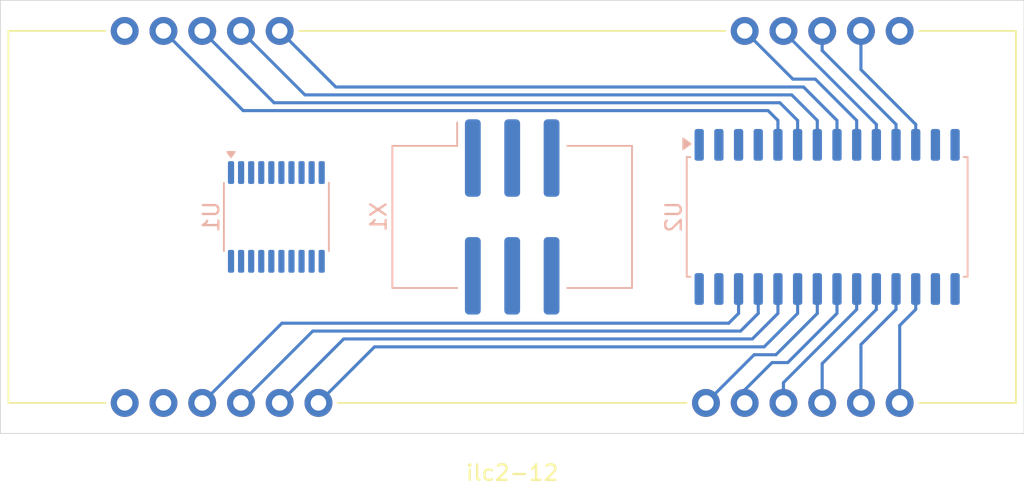
<source format=kicad_pcb>
(kicad_pcb (version 20240108) (generator "pcbnew") (generator_version "8.0")
  (layers (0 "F.Cu" signal) (31 "B.Cu" signal) (34 "B.Paste" user) (35 "F.Paste" user) (36 "B.SilkS" user "B.Silkscreen") (37 "F.SilkS" user "F.Silkscreen") (38 "B.Mask" user) (39 "F.Mask" user) (44 "Edge.Cuts" user))
  (net 0 "")
  (net 29 "Net-(D1-e)")
  (net 30 "Net-(D1-a)")
  (net 31 "Net-(D1-dp)")
  (net 32 "Net-(D1-b)")
  (net 33 "Net-(D1-d)")
  (net 34 "Net-(D1-g)")
  (net 35 "Net-(D1-f)")
  (net 36 "Net-(D1-c)")
  (net 37 "Net-(D1-G3)")
  (net 38 "Net-(D1-G11)")
  (net 39 "Net-(D1-G6)")
  (net 40 "Net-(D1-G5)")
  (net 41 "Net-(D1-G8)")
  (net 42 "Net-(D1-G1)")
  (net 43 "Net-(D1-G9)")
  (net 44 "Net-(D1-G4)")
  (net 45 "Net-(D1-G12)")
  (net 46 "Net-(D1-G7)")
  (net 47 "Net-(D1-G10)")
  (net 48 "Net-(D1-G2)")
  (net 49 "+5V")
  (footprint "ilc2-12:ilc2-12" (layer "F.Cu") (at 152.4 76.2)
    (property "Reference" "D1" (hide yes))
    (property "Value" "ilc2-12" (at 0 16.51 0) (layer "F.SilkS"))
    (fp_line (start -32.5 -12) (end -32.5 12) (stroke (width 0.12)) (layer "F.SilkS"))
    (fp_line (start -32.5 12) (end -26.25 12) (stroke (width 0.12)) (layer "F.SilkS"))
    (fp_line (start -26.25 -12) (end -32.5 -12) (stroke (width 0.12)) (layer "F.SilkS"))
    (fp_line (start -11.25 12) (end 11.25 12) (stroke (width 0.12)) (layer "F.SilkS"))
    (fp_line (start 13.75 -12) (end -13.75 -12) (stroke (width 0.12)) (layer "F.SilkS"))
    (fp_line (start 26.25 12) (end 32.5 12) (stroke (width 0.12)) (layer "F.SilkS"))
    (fp_line (start 32.5 -12) (end 26.25 -12) (stroke (width 0.12)) (layer "F.SilkS"))
    (fp_line (start 32.5 12) (end 32.5 -12) (stroke (width 0.12)) (layer "F.SilkS"))
    (pad "1" thru_hole circle (at -25 -12) (size 1.8 1.8) (drill 1) (layers "*.Cu" "*.Mask"))
    (pad "2" thru_hole circle (at -22.5 -12) (size 1.8 1.8) (drill 1) (layers "*.Cu" "*.Mask") (net 33 "Net-(D1-d)"))
    (pad "3" thru_hole circle (at -20 -12) (size 1.8 1.8) (drill 1) (layers "*.Cu" "*.Mask") (net 29 "Net-(D1-e)"))
    (pad "4" thru_hole circle (at -17.5 -12) (size 1.8 1.8) (drill 1) (layers "*.Cu" "*.Mask") (net 34 "Net-(D1-g)"))
    (pad "5" thru_hole circle (at -15 -12) (size 1.8 1.8) (drill 1) (layers "*.Cu" "*.Mask") (net 35 "Net-(D1-f)"))
    (pad "6" thru_hole circle (at 15 -12) (size 1.8 1.8) (drill 1) (layers "*.Cu" "*.Mask") (net 30 "Net-(D1-a)"))
    (pad "7" thru_hole circle (at 17.5 -12) (size 1.8 1.8) (drill 1) (layers "*.Cu" "*.Mask") (net 32 "Net-(D1-b)"))
    (pad "8" thru_hole circle (at 20 -12) (size 1.8 1.8) (drill 1) (layers "*.Cu" "*.Mask") (net 36 "Net-(D1-c)"))
    (pad "9" thru_hole circle (at 22.5 -12) (size 1.8 1.8) (drill 1) (layers "*.Cu" "*.Mask") (net 31 "Net-(D1-dp)"))
    (pad "10" thru_hole circle (at 25 -12) (size 1.8 1.8) (drill 1) (layers "*.Cu" "*.Mask"))
    (pad "11" thru_hole circle (at 25 12) (size 1.8 1.8) (drill 1) (layers "*.Cu" "*.Mask") (net 45 "Net-(D1-G12)"))
    (pad "12" thru_hole circle (at 22.5 12) (size 1.8 1.8) (drill 1) (layers "*.Cu" "*.Mask") (net 38 "Net-(D1-G11)"))
    (pad "13" thru_hole circle (at 20 12) (size 1.8 1.8) (drill 1) (layers "*.Cu" "*.Mask") (net 47 "Net-(D1-G10)"))
    (pad "14" thru_hole circle (at 17.5 12) (size 1.8 1.8) (drill 1) (layers "*.Cu" "*.Mask") (net 43 "Net-(D1-G9)"))
    (pad "15" thru_hole circle (at 15 12) (size 1.8 1.8) (drill 1) (layers "*.Cu" "*.Mask") (net 41 "Net-(D1-G8)"))
    (pad "16" thru_hole circle (at 12.5 12) (size 1.8 1.8) (drill 1) (layers "*.Cu" "*.Mask") (net 46 "Net-(D1-G7)"))
    (pad "17" thru_hole circle (at -12.5 12) (size 1.8 1.8) (drill 1) (layers "*.Cu" "*.Mask") (net 39 "Net-(D1-G6)"))
    (pad "18" thru_hole circle (at -15 12) (size 1.8 1.8) (drill 1) (layers "*.Cu" "*.Mask") (net 40 "Net-(D1-G5)"))
    (pad "19" thru_hole circle (at -17.5 12) (size 1.8 1.8) (drill 1) (layers "*.Cu" "*.Mask") (net 44 "Net-(D1-G4)"))
    (pad "20" thru_hole circle (at -20 12) (size 1.8 1.8) (drill 1) (layers "*.Cu" "*.Mask") (net 37 "Net-(D1-G3)"))
    (pad "21" thru_hole circle (at -22.5 12) (size 1.8 1.8) (drill 1) (layers "*.Cu" "*.Mask") (net 48 "Net-(D1-G2)"))
    (pad "22" thru_hole circle (at -25 12) (size 1.8 1.8) (drill 1) (layers "*.Cu" "*.Mask") (net 42 "Net-(D1-G1)"))
  )
  (footprint "Package_SO:TSSOP-20_4.4x6.5mm_P0.65mm" (layer "B.Cu") (at 137.185 76.2 -90)
    (property "Reference" "U1" (at 0 4.2 90) (layer "B.SilkS") (effects (justify mirror)))
    (property "Value" "CH32V003FxPx")
    (fp_line (start -2.2 3.385) (end 0 3.385) (stroke (width 0.12)) (layer "B.SilkS"))
    (fp_line (start 2.2 3.385) (end 0 3.385) (stroke (width 0.12)) (layer "B.SilkS"))
    (fp_line (start -2.2 -3.385) (end 0 -3.385) (stroke (width 0.12)) (layer "B.SilkS"))
    (fp_line (start 2.2 -3.385) (end 0 -3.385) (stroke (width 0.12)) (layer "B.SilkS"))
    (fp_poly (pts (xy -3.86 2.925) (xy -4.19 3.165) (xy -4.19 2.685) (xy -3.86 2.925)) (stroke (width 0.12)) (fill solid) (layer "B.SilkS"))
    (pad "1" smd roundrect (at -2.8625 2.925 270) (size 1.475 0.4) (layers "B.Cu" "B.Paste" "B.Mask"))
    (pad "2" smd roundrect (at -2.8625 2.275 270) (size 1.475 0.4) (layers "B.Cu" "B.Paste" "B.Mask"))
    (pad "3" smd roundrect (at -2.8625 1.625 270) (size 1.475 0.4) (layers "B.Cu" "B.Paste" "B.Mask"))
    (pad "4" smd roundrect (at -2.8625 0.975 270) (size 1.475 0.4) (layers "B.Cu" "B.Paste" "B.Mask"))
    (pad "5" smd roundrect (at -2.8625 0.325 270) (size 1.475 0.4) (layers "B.Cu" "B.Paste" "B.Mask"))
    (pad "6" smd roundrect (at -2.8625 -0.325 270) (size 1.475 0.4) (layers "B.Cu" "B.Paste" "B.Mask"))
    (pad "7" smd roundrect (at -2.8625 -0.975 270) (size 1.475 0.4) (layers "B.Cu" "B.Paste" "B.Mask"))
    (pad "8" smd roundrect (at -2.8625 -1.625 270) (size 1.475 0.4) (layers "B.Cu" "B.Paste" "B.Mask"))
    (pad "9" smd roundrect (at -2.8625 -2.275 270) (size 1.475 0.4) (layers "B.Cu" "B.Paste" "B.Mask") (net 49 "+5V"))
    (pad "10" smd roundrect (at -2.8625 -2.925 270) (size 1.475 0.4) (layers "B.Cu" "B.Paste" "B.Mask"))
    (pad "11" smd roundrect (at 2.8625 -2.925 270) (size 1.475 0.4) (layers "B.Cu" "B.Paste" "B.Mask"))
    (pad "12" smd roundrect (at 2.8625 -2.275 270) (size 1.475 0.4) (layers "B.Cu" "B.Paste" "B.Mask"))
    (pad "13" smd roundrect (at 2.8625 -1.625 270) (size 1.475 0.4) (layers "B.Cu" "B.Paste" "B.Mask"))
    (pad "14" smd roundrect (at 2.8625 -0.975 270) (size 1.475 0.4) (layers "B.Cu" "B.Paste" "B.Mask"))
    (pad "15" smd roundrect (at 2.8625 -0.325 270) (size 1.475 0.4) (layers "B.Cu" "B.Paste" "B.Mask"))
    (pad "16" smd roundrect (at 2.8625 0.325 270) (size 1.475 0.4) (layers "B.Cu" "B.Paste" "B.Mask"))
    (pad "17" smd roundrect (at 2.8625 0.975 270) (size 1.475 0.4) (layers "B.Cu" "B.Paste" "B.Mask"))
    (pad "18" smd roundrect (at 2.8625 1.625 270) (size 1.475 0.4) (layers "B.Cu" "B.Paste" "B.Mask"))
    (pad "19" smd roundrect (at 2.8625 2.275 270) (size 1.475 0.4) (layers "B.Cu" "B.Paste" "B.Mask"))
    (pad "20" smd roundrect (at 2.8625 2.925 270) (size 1.475 0.4) (layers "B.Cu" "B.Paste" "B.Mask"))
  )
  (footprint "Package_SO:SOIC-28W_7.5x17.9mm_P1.27mm" (layer "B.Cu") (at 172.72 76.2 -90)
    (property "Reference" "U2" (at 0 9.9 90) (layer "B.SilkS") (effects (justify mirror)))
    (property "Value" "HV5812")
    (fp_line (start -3.86 9.06) (end 0 9.06) (stroke (width 0.12)) (layer "B.SilkS"))
    (fp_line (start 3.86 9.06) (end 0 9.06) (stroke (width 0.12)) (layer "B.SilkS"))
    (fp_line (start -3.86 8.815) (end -3.86 9.06) (stroke (width 0.12)) (layer "B.SilkS"))
    (fp_line (start 3.86 8.815) (end 3.86 9.06) (stroke (width 0.12)) (layer "B.SilkS"))
    (fp_line (start -3.86 -8.815) (end -3.86 -9.06) (stroke (width 0.12)) (layer "B.SilkS"))
    (fp_line (start 3.86 -8.815) (end 3.86 -9.06) (stroke (width 0.12)) (layer "B.SilkS"))
    (fp_line (start -3.86 -9.06) (end 0 -9.06) (stroke (width 0.12)) (layer "B.SilkS"))
    (fp_line (start 3.86 -9.06) (end 0 -9.06) (stroke (width 0.12)) (layer "B.SilkS"))
    (fp_poly (pts (xy -4.7125 8.815) (xy -5.0525 9.285) (xy -4.3725 9.285) (xy -4.7125 8.815)) (stroke (width 0.12)) (fill solid) (layer "B.SilkS"))
    (pad "1" smd roundrect (at -4.65 8.255 270) (size 2.05 0.6) (layers "B.Cu" "B.Paste" "B.Mask"))
    (pad "2" smd roundrect (at -4.65 6.985 270) (size 2.05 0.6) (layers "B.Cu" "B.Paste" "B.Mask"))
    (pad "3" smd roundrect (at -4.65 5.715 270) (size 2.05 0.6) (layers "B.Cu" "B.Paste" "B.Mask") (net 42 "Net-(D1-G1)"))
    (pad "4" smd roundrect (at -4.65 4.445 270) (size 2.05 0.6) (layers "B.Cu" "B.Paste" "B.Mask") (net 48 "Net-(D1-G2)"))
    (pad "5" smd roundrect (at -4.65 3.175 270) (size 2.05 0.6) (layers "B.Cu" "B.Paste" "B.Mask") (net 33 "Net-(D1-d)"))
    (pad "6" smd roundrect (at -4.65 1.905 270) (size 2.05 0.6) (layers "B.Cu" "B.Paste" "B.Mask") (net 29 "Net-(D1-e)"))
    (pad "7" smd roundrect (at -4.65 0.635 270) (size 2.05 0.6) (layers "B.Cu" "B.Paste" "B.Mask") (net 34 "Net-(D1-g)"))
    (pad "8" smd roundrect (at -4.65 -0.635 270) (size 2.05 0.6) (layers "B.Cu" "B.Paste" "B.Mask") (net 35 "Net-(D1-f)"))
    (pad "9" smd roundrect (at -4.65 -1.905 270) (size 2.05 0.6) (layers "B.Cu" "B.Paste" "B.Mask") (net 30 "Net-(D1-a)"))
    (pad "10" smd roundrect (at -4.65 -3.175 270) (size 2.05 0.6) (layers "B.Cu" "B.Paste" "B.Mask") (net 32 "Net-(D1-b)"))
    (pad "11" smd roundrect (at -4.65 -4.445 270) (size 2.05 0.6) (layers "B.Cu" "B.Paste" "B.Mask") (net 36 "Net-(D1-c)"))
    (pad "12" smd roundrect (at -4.65 -5.715 270) (size 2.05 0.6) (layers "B.Cu" "B.Paste" "B.Mask") (net 31 "Net-(D1-dp)"))
    (pad "13" smd roundrect (at -4.65 -6.985 270) (size 2.05 0.6) (layers "B.Cu" "B.Paste" "B.Mask"))
    (pad "14" smd roundrect (at -4.65 -8.255 270) (size 2.05 0.6) (layers "B.Cu" "B.Paste" "B.Mask"))
    (pad "15" smd roundrect (at 4.65 -8.255 270) (size 2.05 0.6) (layers "B.Cu" "B.Paste" "B.Mask"))
    (pad "16" smd roundrect (at 4.65 -6.985 270) (size 2.05 0.6) (layers "B.Cu" "B.Paste" "B.Mask"))
    (pad "17" smd roundrect (at 4.65 -5.715 270) (size 2.05 0.6) (layers "B.Cu" "B.Paste" "B.Mask") (net 45 "Net-(D1-G12)"))
    (pad "18" smd roundrect (at 4.65 -4.445 270) (size 2.05 0.6) (layers "B.Cu" "B.Paste" "B.Mask") (net 38 "Net-(D1-G11)"))
    (pad "19" smd roundrect (at 4.65 -3.175 270) (size 2.05 0.6) (layers "B.Cu" "B.Paste" "B.Mask") (net 47 "Net-(D1-G10)"))
    (pad "20" smd roundrect (at 4.65 -1.905 270) (size 2.05 0.6) (layers "B.Cu" "B.Paste" "B.Mask") (net 43 "Net-(D1-G9)"))
    (pad "21" smd roundrect (at 4.65 -0.635 270) (size 2.05 0.6) (layers "B.Cu" "B.Paste" "B.Mask") (net 41 "Net-(D1-G8)"))
    (pad "22" smd roundrect (at 4.65 0.635 270) (size 2.05 0.6) (layers "B.Cu" "B.Paste" "B.Mask") (net 46 "Net-(D1-G7)"))
    (pad "23" smd roundrect (at 4.65 1.905 270) (size 2.05 0.6) (layers "B.Cu" "B.Paste" "B.Mask") (net 39 "Net-(D1-G6)"))
    (pad "24" smd roundrect (at 4.65 3.175 270) (size 2.05 0.6) (layers "B.Cu" "B.Paste" "B.Mask") (net 40 "Net-(D1-G5)"))
    (pad "25" smd roundrect (at 4.65 4.445 270) (size 2.05 0.6) (layers "B.Cu" "B.Paste" "B.Mask") (net 44 "Net-(D1-G4)"))
    (pad "26" smd roundrect (at 4.65 5.715 270) (size 2.05 0.6) (layers "B.Cu" "B.Paste" "B.Mask") (net 37 "Net-(D1-G3)"))
    (pad "27" smd roundrect (at 4.65 6.985 270) (size 2.05 0.6) (layers "B.Cu" "B.Paste" "B.Mask"))
    (pad "28" smd roundrect (at 4.65 8.255 270) (size 2.05 0.6) (layers "B.Cu" "B.Paste" "B.Mask") (net 49 "+5V"))
  )
  (footprint "Simple_Addon_v2:Simple_Addon_v2-SAO-2x3-SMD" (layer "B.Cu") (at 152.4 76.2 -90)
    (property "Reference" "X1" (at 0 8.62 90) (layer "B.SilkS") (effects (justify mirror)))
    (property "Value" "Simple_Addon_v2")
    (fp_line (start -4.585 7.73) (end -4.585 3.55) (stroke (width 0.12)) (layer "B.SilkS"))
    (fp_line (start 4.585 7.73) (end -4.585 7.73) (stroke (width 0.12)) (layer "B.SilkS"))
    (fp_line (start -6.085 3.55) (end -4.585 3.55) (stroke (width 0.12)) (layer "B.SilkS"))
    (fp_line (start 4.585 3.55) (end 4.585 7.73) (stroke (width 0.12)) (layer "B.SilkS"))
    (fp_line (start 4.585 -3.55) (end 4.585 -7.73) (stroke (width 0.12)) (layer "B.SilkS"))
    (fp_line (start -4.585 -7.73) (end -4.585 -3.55) (stroke (width 0.12)) (layer "B.SilkS"))
    (fp_line (start 4.585 -7.73) (end -4.585 -7.73) (stroke (width 0.12)) (layer "B.SilkS"))
    (pad "1" smd roundrect (at -3.8 2.54 270) (size 5 1.02) (layers "B.Cu" "B.Paste" "B.Mask"))
    (pad "2" smd roundrect (at 3.8 2.54 270) (size 5 1.02) (layers "B.Cu" "B.Paste" "B.Mask"))
    (pad "3" smd roundrect (at -3.8 0 270) (size 5 1.02) (layers "B.Cu" "B.Paste" "B.Mask"))
    (pad "4" smd roundrect (at 3.8 0 270) (size 5 1.02) (layers "B.Cu" "B.Paste" "B.Mask"))
    (pad "5" smd roundrect (at -3.8 -2.54 270) (size 5 1.02) (layers "B.Cu" "B.Paste" "B.Mask"))
    (pad "6" smd roundrect (at 3.8 -2.54 270) (size 5 1.02) (layers "B.Cu" "B.Paste" "B.Mask"))
  )
  (gr_line (start 185.42 90.17) (end 119.38 90.17) (stroke (width 0.05)) (layer "Edge.Cuts"))
  (gr_line (start 185.42 62.23) (end 185.42 90.17) (stroke (width 0.05)) (layer "Edge.Cuts"))
  (gr_line (start 119.38 62.23) (end 185.42 62.23) (stroke (width 0.05)) (layer "Edge.Cuts"))
  (gr_line (start 119.38 90.17) (end 119.38 62.23) (stroke (width 0.05)) (layer "Edge.Cuts"))
  (segment (start 132.4 64.2) (end 137.034 68.834) (width 0.2) (layer "B.Cu") (net 29))
  (segment (start 170.815 69.977) (end 170.815 71.55) (width 0.2) (layer "B.Cu") (net 29))
  (segment (start 169.672 68.834) (end 170.815 69.977) (width 0.2) (layer "B.Cu") (net 29))
  (segment (start 137.034 68.834) (end 169.672 68.834) (width 0.2) (layer "B.Cu") (net 29))
  (segment (start 170.51 67.31) (end 167.4 64.2) (width 0.2) (layer "B.Cu") (net 30))
  (segment (start 174.625 69.977) (end 171.958 67.31) (width 0.2) (layer "B.Cu") (net 30))
  (segment (start 174.625 71.55) (end 174.625 69.977) (width 0.2) (layer "B.Cu") (net 30))
  (segment (start 171.958 67.31) (end 170.51 67.31) (width 0.2) (layer "B.Cu") (net 30))
  (segment (start 178.435 70.231) (end 174.9 66.696) (width 0.2) (layer "B.Cu") (net 31))
  (segment (start 178.435 71.55) (end 178.435 70.231) (width 0.2) (layer "B.Cu") (net 31))
  (segment (start 174.9 66.696) (end 174.9 64.2) (width 0.2) (layer "B.Cu") (net 31))
  (segment (start 175.895 70.231) (end 170.3 64.636) (width 0.2) (layer "B.Cu") (net 32))
  (segment (start 170.3 64.636) (end 170.3 64.2) (width 0.2) (layer "B.Cu") (net 32))
  (segment (start 175.895 71.55) (end 175.895 70.231) (width 0.2) (layer "B.Cu") (net 32))
  (segment (start 169.545 69.977) (end 169.545 71.55) (width 0.2) (layer "B.Cu") (net 33))
  (segment (start 168.91 69.342) (end 169.545 69.977) (width 0.2) (layer "B.Cu") (net 33))
  (segment (start 129.9 64.2) (end 135.042 69.342) (width 0.2) (layer "B.Cu") (net 33))
  (segment (start 135.042 69.342) (end 168.91 69.342) (width 0.2) (layer "B.Cu") (net 33))
  (segment (start 170.434 68.326) (end 172.085 69.977) (width 0.2) (layer "B.Cu") (net 34))
  (segment (start 139.026 68.326) (end 170.434 68.326) (width 0.2) (layer "B.Cu") (net 34))
  (segment (start 172.085 69.977) (end 172.085 71.55) (width 0.2) (layer "B.Cu") (net 34))
  (segment (start 134.9 64.2) (end 139.026 68.326) (width 0.2) (layer "B.Cu") (net 34))
  (segment (start 171.196 67.818) (end 173.355 69.977) (width 0.2) (layer "B.Cu") (net 35))
  (segment (start 137.4 64.2) (end 141.018 67.818) (width 0.2) (layer "B.Cu") (net 35))
  (segment (start 141.018 67.818) (end 171.196 67.818) (width 0.2) (layer "B.Cu") (net 35))
  (segment (start 173.355 69.977) (end 173.355 71.55) (width 0.2) (layer "B.Cu") (net 35))
  (segment (start 177.165 70.231) (end 172.4 65.466) (width 0.2) (layer "B.Cu") (net 36))
  (segment (start 177.165 71.55) (end 177.165 70.231) (width 0.2) (layer "B.Cu") (net 36))
  (segment (start 172.4 65.466) (end 172.4 64.2) (width 0.2) (layer "B.Cu") (net 36))
  (segment (start 167.005 80.85) (end 167.005 82.423) (width 0.2) (layer "B.Cu") (net 37))
  (segment (start 166.37 83.058) (end 137.542 83.058) (width 0.2) (layer "B.Cu") (net 37))
  (segment (start 137.542 83.058) (end 132.4 88.2) (width 0.2) (layer "B.Cu") (net 37))
  (segment (start 167.005 82.423) (end 166.37 83.058) (width 0.2) (layer "B.Cu") (net 37))
  (segment (start 177.165 80.85) (end 177.165 82.169) (width 0.2) (layer "B.Cu") (net 38))
  (segment (start 177.165 82.169) (end 174.9 84.434) (width 0.2) (layer "B.Cu") (net 38))
  (segment (start 174.9 84.434) (end 174.9 88.2) (width 0.2) (layer "B.Cu") (net 38))
  (segment (start 168.656 84.582) (end 143.518 84.582) (width 0.2) (layer "B.Cu") (net 39))
  (segment (start 170.815 82.423) (end 168.656 84.582) (width 0.2) (layer "B.Cu") (net 39))
  (segment (start 170.815 80.85) (end 170.815 82.423) (width 0.2) (layer "B.Cu") (net 39))
  (segment (start 143.518 84.582) (end 139.9 88.2) (width 0.2) (layer "B.Cu") (net 39))
  (segment (start 167.894 84.074) (end 141.526 84.074) (width 0.2) (layer "B.Cu") (net 40))
  (segment (start 169.545 82.423) (end 167.894 84.074) (width 0.2) (layer "B.Cu") (net 40))
  (segment (start 141.526 84.074) (end 137.4 88.2) (width 0.2) (layer "B.Cu") (net 40))
  (segment (start 169.545 80.85) (end 169.545 82.423) (width 0.2) (layer "B.Cu") (net 40))
  (segment (start 170.18 85.598) (end 169.164 85.598) (width 0.2) (layer "B.Cu") (net 41))
  (segment (start 167.4 87.362) (end 167.4 88.2) (width 0.2) (layer "B.Cu") (net 41))
  (segment (start 173.355 82.423) (end 170.18 85.598) (width 0.2) (layer "B.Cu") (net 41))
  (segment (start 169.164 85.598) (end 167.4 87.362) (width 0.2) (layer "B.Cu") (net 41))
  (segment (start 173.355 80.85) (end 173.355 82.423) (width 0.2) (layer "B.Cu") (net 41))
  (segment (start 174.625 80.85) (end 174.625 82.169) (width 0.2) (layer "B.Cu") (net 43))
  (segment (start 174.625 82.169) (end 169.9 86.894) (width 0.2) (layer "B.Cu") (net 43))
  (segment (start 169.9 86.894) (end 169.9 88.2) (width 0.2) (layer "B.Cu") (net 43))
  (segment (start 167.132 83.566) (end 139.534 83.566) (width 0.2) (layer "B.Cu") (net 44))
  (segment (start 139.534 83.566) (end 134.9 88.2) (width 0.2) (layer "B.Cu") (net 44))
  (segment (start 168.275 80.85) (end 168.275 82.423) (width 0.2) (layer "B.Cu") (net 44))
  (segment (start 168.275 82.423) (end 167.132 83.566) (width 0.2) (layer "B.Cu") (net 44))
  (segment (start 177.4 83.204) (end 177.4 88.2) (width 0.2) (layer "B.Cu") (net 45))
  (segment (start 178.435 82.169) (end 177.4 83.204) (width 0.2) (layer "B.Cu") (net 45))
  (segment (start 178.435 80.85) (end 178.435 82.169) (width 0.2) (layer "B.Cu") (net 45))
  (segment (start 168.01 85.09) (end 169.418 85.09) (width 0.2) (layer "B.Cu") (net 46))
  (segment (start 172.085 82.423) (end 172.085 80.85) (width 0.2) (layer "B.Cu") (net 46))
  (segment (start 164.9 88.2) (end 168.01 85.09) (width 0.2) (layer "B.Cu") (net 46))
  (segment (start 169.418 85.09) (end 172.085 82.423) (width 0.2) (layer "B.Cu") (net 46))
  (segment (start 175.895 80.85) (end 175.895 82.169) (width 0.2) (layer "B.Cu") (net 47))
  (segment (start 172.4 85.664) (end 172.4 88.2) (width 0.2) (layer "B.Cu") (net 47))
  (segment (start 175.895 82.169) (end 172.4 85.664) (width 0.2) (layer "B.Cu") (net 47))
)
</source>
